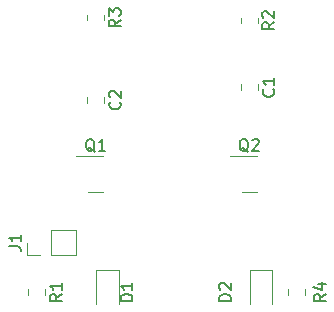
<source format=gbr>
%TF.GenerationSoftware,KiCad,Pcbnew,6.0.11+dfsg-1~bpo11+1*%
%TF.CreationDate,2023-06-10T16:56:12+02:00*%
%TF.ProjectId,myschematic,6d797363-6865-46d6-9174-69632e6b6963,rev?*%
%TF.SameCoordinates,Original*%
%TF.FileFunction,Legend,Top*%
%TF.FilePolarity,Positive*%
%FSLAX46Y46*%
G04 Gerber Fmt 4.6, Leading zero omitted, Abs format (unit mm)*
G04 Created by KiCad (PCBNEW 6.0.11+dfsg-1~bpo11+1) date 2023-06-10 16:56:12*
%MOMM*%
%LPD*%
G01*
G04 APERTURE LIST*
%ADD10C,0.150000*%
%ADD11C,0.120000*%
G04 APERTURE END LIST*
D10*
%TO.C,J1*%
X17642380Y-55143333D02*
X18356666Y-55143333D01*
X18499523Y-55190952D01*
X18594761Y-55286190D01*
X18642380Y-55429047D01*
X18642380Y-55524285D01*
X18642380Y-54143333D02*
X18642380Y-54714761D01*
X18642380Y-54429047D02*
X17642380Y-54429047D01*
X17785238Y-54524285D01*
X17880476Y-54619523D01*
X17928095Y-54714761D01*
%TO.C,R4*%
X44452380Y-59166666D02*
X43976190Y-59500000D01*
X44452380Y-59738095D02*
X43452380Y-59738095D01*
X43452380Y-59357142D01*
X43500000Y-59261904D01*
X43547619Y-59214285D01*
X43642857Y-59166666D01*
X43785714Y-59166666D01*
X43880952Y-59214285D01*
X43928571Y-59261904D01*
X43976190Y-59357142D01*
X43976190Y-59738095D01*
X43785714Y-58309523D02*
X44452380Y-58309523D01*
X43404761Y-58547619D02*
X44119047Y-58785714D01*
X44119047Y-58166666D01*
%TO.C,R3*%
X27102380Y-35939602D02*
X26626190Y-36272936D01*
X27102380Y-36511031D02*
X26102380Y-36511031D01*
X26102380Y-36130078D01*
X26150000Y-36034840D01*
X26197619Y-35987221D01*
X26292857Y-35939602D01*
X26435714Y-35939602D01*
X26530952Y-35987221D01*
X26578571Y-36034840D01*
X26626190Y-36130078D01*
X26626190Y-36511031D01*
X26102380Y-35606269D02*
X26102380Y-34987221D01*
X26483333Y-35320555D01*
X26483333Y-35177697D01*
X26530952Y-35082459D01*
X26578571Y-35034840D01*
X26673809Y-34987221D01*
X26911904Y-34987221D01*
X27007142Y-35034840D01*
X27054761Y-35082459D01*
X27102380Y-35177697D01*
X27102380Y-35463412D01*
X27054761Y-35558650D01*
X27007142Y-35606269D01*
%TO.C,R2*%
X40102380Y-36166666D02*
X39626190Y-36500000D01*
X40102380Y-36738095D02*
X39102380Y-36738095D01*
X39102380Y-36357142D01*
X39150000Y-36261904D01*
X39197619Y-36214285D01*
X39292857Y-36166666D01*
X39435714Y-36166666D01*
X39530952Y-36214285D01*
X39578571Y-36261904D01*
X39626190Y-36357142D01*
X39626190Y-36738095D01*
X39197619Y-35785714D02*
X39150000Y-35738095D01*
X39102380Y-35642857D01*
X39102380Y-35404761D01*
X39150000Y-35309523D01*
X39197619Y-35261904D01*
X39292857Y-35214285D01*
X39388095Y-35214285D01*
X39530952Y-35261904D01*
X40102380Y-35833333D01*
X40102380Y-35214285D01*
%TO.C,R1*%
X22102380Y-59166666D02*
X21626190Y-59500000D01*
X22102380Y-59738095D02*
X21102380Y-59738095D01*
X21102380Y-59357142D01*
X21150000Y-59261904D01*
X21197619Y-59214285D01*
X21292857Y-59166666D01*
X21435714Y-59166666D01*
X21530952Y-59214285D01*
X21578571Y-59261904D01*
X21626190Y-59357142D01*
X21626190Y-59738095D01*
X22102380Y-58214285D02*
X22102380Y-58785714D01*
X22102380Y-58500000D02*
X21102380Y-58500000D01*
X21245238Y-58595238D01*
X21340476Y-58690476D01*
X21388095Y-58785714D01*
%TO.C,Q2*%
X37904761Y-47147619D02*
X37809523Y-47100000D01*
X37714285Y-47004761D01*
X37571428Y-46861904D01*
X37476190Y-46814285D01*
X37380952Y-46814285D01*
X37428571Y-47052380D02*
X37333333Y-47004761D01*
X37238095Y-46909523D01*
X37190476Y-46719047D01*
X37190476Y-46385714D01*
X37238095Y-46195238D01*
X37333333Y-46100000D01*
X37428571Y-46052380D01*
X37619047Y-46052380D01*
X37714285Y-46100000D01*
X37809523Y-46195238D01*
X37857142Y-46385714D01*
X37857142Y-46719047D01*
X37809523Y-46909523D01*
X37714285Y-47004761D01*
X37619047Y-47052380D01*
X37428571Y-47052380D01*
X38238095Y-46147619D02*
X38285714Y-46100000D01*
X38380952Y-46052380D01*
X38619047Y-46052380D01*
X38714285Y-46100000D01*
X38761904Y-46147619D01*
X38809523Y-46242857D01*
X38809523Y-46338095D01*
X38761904Y-46480952D01*
X38190476Y-47052380D01*
X38809523Y-47052380D01*
%TO.C,Q1*%
X24904761Y-47147619D02*
X24809523Y-47100000D01*
X24714285Y-47004761D01*
X24571428Y-46861904D01*
X24476190Y-46814285D01*
X24380952Y-46814285D01*
X24428571Y-47052380D02*
X24333333Y-47004761D01*
X24238095Y-46909523D01*
X24190476Y-46719047D01*
X24190476Y-46385714D01*
X24238095Y-46195238D01*
X24333333Y-46100000D01*
X24428571Y-46052380D01*
X24619047Y-46052380D01*
X24714285Y-46100000D01*
X24809523Y-46195238D01*
X24857142Y-46385714D01*
X24857142Y-46719047D01*
X24809523Y-46909523D01*
X24714285Y-47004761D01*
X24619047Y-47052380D01*
X24428571Y-47052380D01*
X25809523Y-47052380D02*
X25238095Y-47052380D01*
X25523809Y-47052380D02*
X25523809Y-46052380D01*
X25428571Y-46195238D01*
X25333333Y-46290476D01*
X25238095Y-46338095D01*
%TO.C,D2*%
X36452380Y-59738095D02*
X35452380Y-59738095D01*
X35452380Y-59500000D01*
X35500000Y-59357142D01*
X35595238Y-59261904D01*
X35690476Y-59214285D01*
X35880952Y-59166666D01*
X36023809Y-59166666D01*
X36214285Y-59214285D01*
X36309523Y-59261904D01*
X36404761Y-59357142D01*
X36452380Y-59500000D01*
X36452380Y-59738095D01*
X35547619Y-58785714D02*
X35500000Y-58738095D01*
X35452380Y-58642857D01*
X35452380Y-58404761D01*
X35500000Y-58309523D01*
X35547619Y-58261904D01*
X35642857Y-58214285D01*
X35738095Y-58214285D01*
X35880952Y-58261904D01*
X36452380Y-58833333D01*
X36452380Y-58214285D01*
%TO.C,D1*%
X28102380Y-59738095D02*
X27102380Y-59738095D01*
X27102380Y-59500000D01*
X27150000Y-59357142D01*
X27245238Y-59261904D01*
X27340476Y-59214285D01*
X27530952Y-59166666D01*
X27673809Y-59166666D01*
X27864285Y-59214285D01*
X27959523Y-59261904D01*
X28054761Y-59357142D01*
X28102380Y-59500000D01*
X28102380Y-59738095D01*
X28102380Y-58214285D02*
X28102380Y-58785714D01*
X28102380Y-58500000D02*
X27102380Y-58500000D01*
X27245238Y-58595238D01*
X27340476Y-58690476D01*
X27388095Y-58785714D01*
%TO.C,C2*%
X27037142Y-42905414D02*
X27084761Y-42953033D01*
X27132380Y-43095890D01*
X27132380Y-43191128D01*
X27084761Y-43333986D01*
X26989523Y-43429224D01*
X26894285Y-43476843D01*
X26703809Y-43524462D01*
X26560952Y-43524462D01*
X26370476Y-43476843D01*
X26275238Y-43429224D01*
X26180000Y-43333986D01*
X26132380Y-43191128D01*
X26132380Y-43095890D01*
X26180000Y-42953033D01*
X26227619Y-42905414D01*
X26227619Y-42524462D02*
X26180000Y-42476843D01*
X26132380Y-42381605D01*
X26132380Y-42143509D01*
X26180000Y-42048271D01*
X26227619Y-42000652D01*
X26322857Y-41953033D01*
X26418095Y-41953033D01*
X26560952Y-42000652D01*
X27132380Y-42572081D01*
X27132380Y-41953033D01*
%TO.C,C1*%
X40037142Y-41830414D02*
X40084761Y-41878033D01*
X40132380Y-42020890D01*
X40132380Y-42116128D01*
X40084761Y-42258986D01*
X39989523Y-42354224D01*
X39894285Y-42401843D01*
X39703809Y-42449462D01*
X39560952Y-42449462D01*
X39370476Y-42401843D01*
X39275238Y-42354224D01*
X39180000Y-42258986D01*
X39132380Y-42116128D01*
X39132380Y-42020890D01*
X39180000Y-41878033D01*
X39227619Y-41830414D01*
X40132380Y-40878033D02*
X40132380Y-41449462D01*
X40132380Y-41163748D02*
X39132380Y-41163748D01*
X39275238Y-41258986D01*
X39370476Y-41354224D01*
X39418095Y-41449462D01*
D11*
%TO.C,J1*%
X21250000Y-55870000D02*
X23310000Y-55870000D01*
X23310000Y-55870000D02*
X23310000Y-53750000D01*
X21250000Y-55870000D02*
X21250000Y-53750000D01*
X19190000Y-55870000D02*
X19190000Y-54810000D01*
X20250000Y-55870000D02*
X19190000Y-55870000D01*
X21250000Y-53750000D02*
X23310000Y-53750000D01*
%TO.C,R4*%
X41265000Y-58772936D02*
X41265000Y-59227064D01*
X42735000Y-58772936D02*
X42735000Y-59227064D01*
%TO.C,R3*%
X25735000Y-35545872D02*
X25735000Y-36000000D01*
X24265000Y-35545872D02*
X24265000Y-36000000D01*
%TO.C,R2*%
X38735000Y-35772936D02*
X38735000Y-36227064D01*
X37265000Y-35772936D02*
X37265000Y-36227064D01*
%TO.C,R1*%
X19265000Y-58772936D02*
X19265000Y-59227064D01*
X20735000Y-58772936D02*
X20735000Y-59227064D01*
%TO.C,Q2*%
X38000000Y-47440000D02*
X38650000Y-47440000D01*
X38000000Y-50560000D02*
X38650000Y-50560000D01*
X38000000Y-47440000D02*
X36325000Y-47440000D01*
X38000000Y-50560000D02*
X37350000Y-50560000D01*
%TO.C,Q1*%
X25000000Y-47440000D02*
X25650000Y-47440000D01*
X25000000Y-50560000D02*
X25650000Y-50560000D01*
X25000000Y-47440000D02*
X23325000Y-47440000D01*
X25000000Y-50560000D02*
X24350000Y-50560000D01*
%TO.C,D2*%
X38040000Y-57140000D02*
X38040000Y-60000000D01*
X39960000Y-60000000D02*
X39960000Y-57140000D01*
X39960000Y-57140000D02*
X38040000Y-57140000D01*
%TO.C,D1*%
X25040000Y-57140000D02*
X25040000Y-60000000D01*
X26960000Y-60000000D02*
X26960000Y-57140000D01*
X26960000Y-57140000D02*
X25040000Y-57140000D01*
%TO.C,C2*%
X24265000Y-42477496D02*
X24265000Y-43000000D01*
X25735000Y-42477496D02*
X25735000Y-43000000D01*
%TO.C,C1*%
X38735000Y-41402496D02*
X38735000Y-41925000D01*
X37265000Y-41402496D02*
X37265000Y-41925000D01*
%TD*%
M02*

</source>
